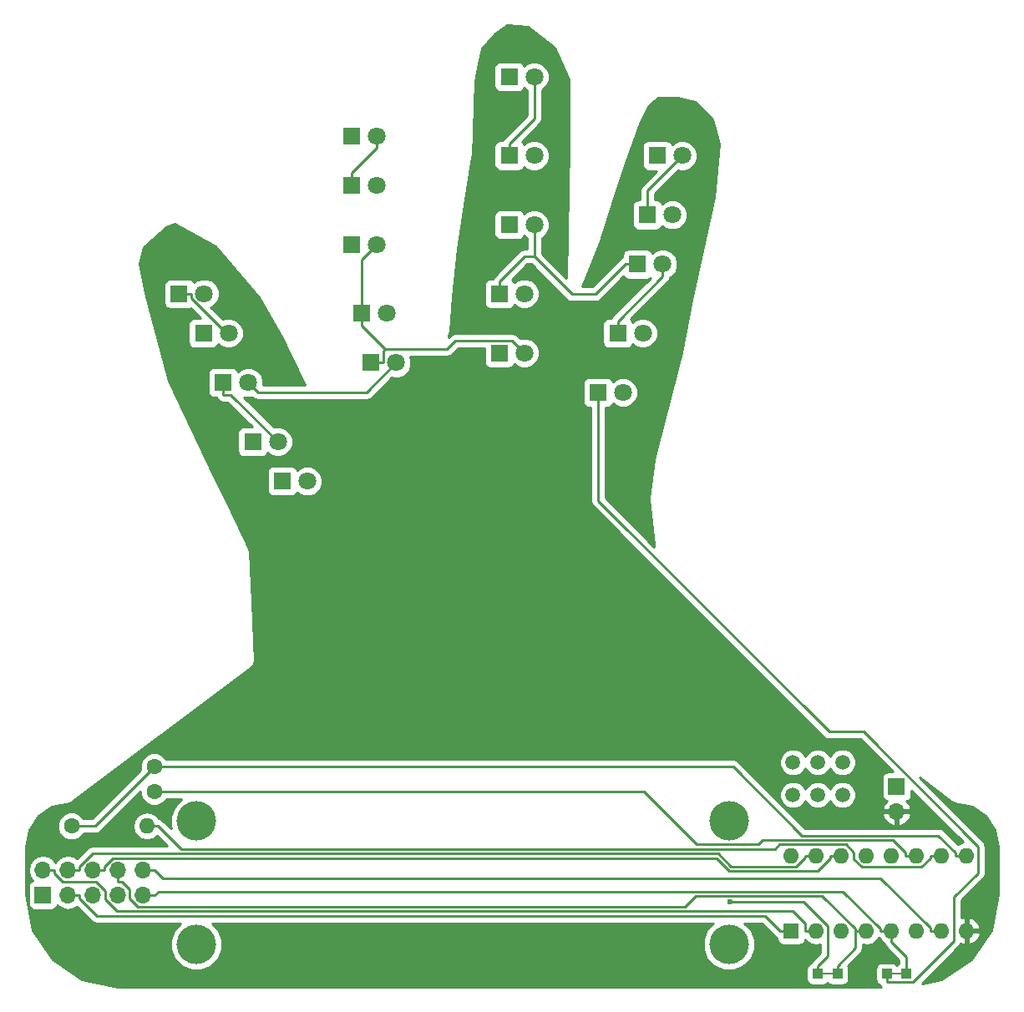
<source format=gbr>
G04 #@! TF.FileFunction,Copper,L1,Top,Signal*
%FSLAX46Y46*%
G04 Gerber Fmt 4.6, Leading zero omitted, Abs format (unit mm)*
G04 Created by KiCad (PCBNEW 4.0.6) date 11/09/17 18:00:55*
%MOMM*%
%LPD*%
G01*
G04 APERTURE LIST*
%ADD10C,0.100000*%
%ADD11C,4.000000*%
%ADD12R,1.800000X1.800000*%
%ADD13C,1.800000*%
%ADD14C,1.600000*%
%ADD15O,1.600000X1.600000*%
%ADD16C,1.500000*%
%ADD17R,1.600000X1.600000*%
%ADD18R,1.700000X1.700000*%
%ADD19O,1.700000X1.700000*%
%ADD20R,1.000000X1.000000*%
%ADD21R,1.000000X0.254000*%
%ADD22C,0.600000*%
%ADD23C,0.250000*%
%ADD24C,0.254000*%
G04 APERTURE END LIST*
D10*
D11*
X172000000Y-145000000D03*
X118000000Y-132500000D03*
X172000000Y-132500000D03*
D12*
X116270000Y-79032000D03*
D13*
X118810000Y-79032000D03*
D12*
X120730000Y-88032000D03*
D13*
X123270000Y-88032000D03*
D12*
X126730000Y-98032000D03*
D13*
X129270000Y-98032000D03*
D12*
X118730000Y-83032000D03*
D13*
X121270000Y-83032000D03*
D12*
X123730000Y-94032000D03*
D13*
X126270000Y-94032000D03*
D12*
X133730000Y-63032000D03*
D13*
X136270000Y-63032000D03*
D12*
X133730000Y-74032000D03*
D13*
X136270000Y-74032000D03*
D12*
X135730000Y-86032000D03*
D13*
X138270000Y-86032000D03*
D12*
X133730000Y-68032000D03*
D13*
X136270000Y-68032000D03*
D12*
X134730000Y-81032000D03*
D13*
X137270000Y-81032000D03*
D12*
X149730000Y-57032000D03*
D13*
X152270000Y-57032000D03*
D12*
X149730000Y-72032000D03*
D13*
X152270000Y-72032000D03*
D12*
X148730000Y-85032000D03*
D13*
X151270000Y-85032000D03*
D12*
X149730000Y-65032000D03*
D13*
X152270000Y-65032000D03*
D12*
X148730000Y-79032000D03*
D13*
X151270000Y-79032000D03*
D12*
X164730000Y-65032000D03*
D13*
X167270000Y-65032000D03*
D12*
X162730000Y-76032000D03*
D13*
X165270000Y-76032000D03*
D12*
X158730000Y-89032000D03*
D13*
X161270000Y-89032000D03*
D12*
X163730000Y-71032000D03*
D13*
X166270000Y-71032000D03*
D12*
X160730000Y-83032000D03*
D13*
X163270000Y-83032000D03*
D14*
X105380000Y-133000000D03*
D15*
X113000000Y-133000000D03*
D16*
X181000000Y-126550000D03*
X183500000Y-126550000D03*
X178500000Y-126550000D03*
X178500000Y-129850000D03*
X181000000Y-129850000D03*
X183500000Y-129850000D03*
D17*
X178300000Y-143620000D03*
D15*
X196080000Y-136000000D03*
X180840000Y-143620000D03*
X193540000Y-136000000D03*
X183380000Y-143620000D03*
X191000000Y-136000000D03*
X185920000Y-143620000D03*
X188460000Y-136000000D03*
X188460000Y-143620000D03*
X185920000Y-136000000D03*
X191000000Y-143620000D03*
X183380000Y-136000000D03*
X193540000Y-143620000D03*
X180840000Y-136000000D03*
X196080000Y-143620000D03*
X178300000Y-136000000D03*
D18*
X189000000Y-129000000D03*
D19*
X189000000Y-131540000D03*
D14*
X113750000Y-129500000D03*
X113750000Y-127000000D03*
D11*
X118000000Y-145000000D03*
D18*
X102460000Y-140000000D03*
D19*
X102460000Y-137460000D03*
X105000000Y-140000000D03*
X105000000Y-137460000D03*
X107540000Y-140000000D03*
X107540000Y-137460000D03*
X110080000Y-140000000D03*
X110080000Y-137460000D03*
X112620000Y-140000000D03*
X112620000Y-137460000D03*
D20*
X183000000Y-148000000D03*
X181000000Y-148000000D03*
D21*
X182000000Y-148000000D03*
D20*
X188000000Y-148000000D03*
X190000000Y-148000000D03*
D21*
X189000000Y-148000000D03*
D22*
X172104000Y-140725900D03*
D23*
X191000000Y-136000000D02*
X189874700Y-136000000D01*
X163420700Y-129500000D02*
X113750000Y-129500000D01*
X168746100Y-134825400D02*
X163420700Y-129500000D01*
X174987800Y-134825400D02*
X168746100Y-134825400D01*
X175388900Y-134424300D02*
X174987800Y-134825400D01*
X188580300Y-134424300D02*
X175388900Y-134424300D01*
X189874700Y-135718700D02*
X188580300Y-134424300D01*
X189874700Y-136000000D02*
X189874700Y-135718700D01*
X107750000Y-133000000D02*
X105380000Y-133000000D01*
X113750000Y-127000000D02*
X107750000Y-133000000D01*
X172430000Y-127000000D02*
X113750000Y-127000000D01*
X179404000Y-133974000D02*
X172430000Y-127000000D01*
X193210000Y-133974000D02*
X179404000Y-133974000D01*
X194954700Y-135718700D02*
X193210000Y-133974000D01*
X194954700Y-136000000D02*
X194954700Y-135718700D01*
X196080000Y-136000000D02*
X194954700Y-136000000D01*
X110080000Y-137460000D02*
X110080000Y-138635300D01*
X185920000Y-143620000D02*
X184794700Y-143620000D01*
X184794700Y-145380000D02*
X184794700Y-143620000D01*
X183000000Y-147174700D02*
X184794700Y-145380000D01*
X183000000Y-148000000D02*
X183000000Y-147174700D01*
X110447400Y-138635300D02*
X110080000Y-138635300D01*
X111255300Y-139443200D02*
X110447400Y-138635300D01*
X111255300Y-140387000D02*
X111255300Y-139443200D01*
X112043600Y-141175300D02*
X111255300Y-140387000D01*
X167549100Y-141175300D02*
X112043600Y-141175300D01*
X168640400Y-140084000D02*
X167549100Y-141175300D01*
X181463000Y-140084000D02*
X168640400Y-140084000D01*
X184794700Y-143415700D02*
X181463000Y-140084000D01*
X184794700Y-143620000D02*
X184794700Y-143415700D01*
X188460000Y-143620000D02*
X187334700Y-143620000D01*
X112620000Y-140000000D02*
X113795300Y-140000000D01*
X190000000Y-146285300D02*
X188460000Y-144745300D01*
X190000000Y-148000000D02*
X190000000Y-146285300D01*
X188460000Y-143620000D02*
X188460000Y-144745300D01*
X114161600Y-139633700D02*
X113795300Y-140000000D01*
X183552700Y-139633700D02*
X114161600Y-139633700D01*
X187334700Y-143415700D02*
X183552700Y-139633700D01*
X187334700Y-143620000D02*
X187334700Y-143415700D01*
X102460000Y-137460000D02*
X103635300Y-137460000D01*
X180840000Y-143620000D02*
X179714700Y-143620000D01*
X179714700Y-142916700D02*
X179714700Y-143620000D01*
X178438300Y-141640300D02*
X179714700Y-142916700D01*
X109981400Y-141640300D02*
X178438300Y-141640300D01*
X108810000Y-140468900D02*
X109981400Y-141640300D01*
X108810000Y-139569000D02*
X108810000Y-140468900D01*
X107876300Y-138635300D02*
X108810000Y-139569000D01*
X104443200Y-138635300D02*
X107876300Y-138635300D01*
X103635300Y-137827400D02*
X104443200Y-138635300D01*
X103635300Y-137460000D02*
X103635300Y-137827400D01*
X105000000Y-140000000D02*
X106175300Y-140000000D01*
X178300000Y-143620000D02*
X177174700Y-143620000D01*
X106175300Y-140367300D02*
X106175300Y-140000000D01*
X107898800Y-142090800D02*
X106175300Y-140367300D01*
X175645500Y-142090800D02*
X107898800Y-142090800D01*
X177174700Y-143620000D02*
X175645500Y-142090800D01*
X179714700Y-136192800D02*
X179714700Y-136000000D01*
X178782200Y-137125300D02*
X179714700Y-136192800D01*
X172232500Y-137125300D02*
X178782200Y-137125300D01*
X170888400Y-135781200D02*
X172232500Y-137125300D01*
X107486800Y-135781200D02*
X170888400Y-135781200D01*
X106175300Y-137092700D02*
X107486800Y-135781200D01*
X106175300Y-137460000D02*
X106175300Y-137092700D01*
X105000000Y-137460000D02*
X106175300Y-137460000D01*
X180840000Y-136000000D02*
X179714700Y-136000000D01*
X107540000Y-137460000D02*
X108715300Y-137460000D01*
X183380000Y-136000000D02*
X182254700Y-136000000D01*
X182254700Y-136281400D02*
X182254700Y-136000000D01*
X180960500Y-137575600D02*
X182254700Y-136281400D01*
X172007400Y-137575600D02*
X180960500Y-137575600D01*
X170713900Y-136282100D02*
X172007400Y-137575600D01*
X109525900Y-136282100D02*
X170713900Y-136282100D01*
X108715300Y-137092700D02*
X109525900Y-136282100D01*
X108715300Y-137460000D02*
X108715300Y-137092700D01*
X192414700Y-143338700D02*
X192414700Y-143620000D01*
X187367100Y-138291100D02*
X192414700Y-143338700D01*
X114626400Y-138291100D02*
X187367100Y-138291100D01*
X113795300Y-137460000D02*
X114626400Y-138291100D01*
X112620000Y-137460000D02*
X113795300Y-137460000D01*
X193540000Y-143620000D02*
X192414700Y-143620000D01*
X116456100Y-135330800D02*
X114125300Y-133000000D01*
X176668400Y-135330800D02*
X116456100Y-135330800D01*
X177124500Y-134874700D02*
X176668400Y-135330800D01*
X183875200Y-134874700D02*
X177124500Y-134874700D01*
X184650000Y-135649500D02*
X183875200Y-134874700D01*
X184650000Y-136338100D02*
X184650000Y-135649500D01*
X185474600Y-137162700D02*
X184650000Y-136338100D01*
X191533300Y-137162700D02*
X185474600Y-137162700D01*
X192414700Y-136281300D02*
X191533300Y-137162700D01*
X192414700Y-136000000D02*
X192414700Y-136281300D01*
X193540000Y-136000000D02*
X192414700Y-136000000D01*
X113000000Y-133000000D02*
X114125300Y-133000000D01*
X163730000Y-68572000D02*
X167270000Y-65032000D01*
X163730000Y-71032000D02*
X163730000Y-68572000D01*
X148730000Y-79032000D02*
X148730000Y-77806700D01*
X136270000Y-64266700D02*
X136270000Y-63032000D01*
X133730000Y-66806700D02*
X136270000Y-64266700D01*
X133730000Y-68032000D02*
X133730000Y-66806700D01*
X117495300Y-79507400D02*
X117495300Y-79032000D01*
X121019900Y-83032000D02*
X117495300Y-79507400D01*
X121270000Y-83032000D02*
X121019900Y-83032000D01*
X116270000Y-79032000D02*
X117495300Y-79032000D01*
X124245400Y-89007400D02*
X123270000Y-88032000D01*
X135294600Y-89007400D02*
X124245400Y-89007400D01*
X138270000Y-86032000D02*
X135294600Y-89007400D01*
X151259800Y-75276900D02*
X148730000Y-77806700D01*
X152270000Y-75276900D02*
X151259800Y-75276900D01*
X156069600Y-79076500D02*
X152270000Y-75276900D01*
X158460200Y-79076500D02*
X156069600Y-79076500D01*
X161504700Y-76032000D02*
X158460200Y-79076500D01*
X152270000Y-75276900D02*
X152270000Y-72032000D01*
X162730000Y-76032000D02*
X161504700Y-76032000D01*
X179560400Y-140725900D02*
X172104000Y-140725900D01*
X181983300Y-143148800D02*
X179560400Y-140725900D01*
X181983300Y-146191400D02*
X181983300Y-143148800D01*
X181000000Y-147174700D02*
X181983300Y-146191400D01*
X181000000Y-148000000D02*
X181000000Y-147174700D01*
X152270000Y-61266700D02*
X152270000Y-57032000D01*
X149730000Y-63806700D02*
X152270000Y-61266700D01*
X149730000Y-65032000D02*
X149730000Y-63806700D01*
X135730000Y-86032000D02*
X136955300Y-86032000D01*
X134730000Y-75572000D02*
X136270000Y-74032000D01*
X134730000Y-81032000D02*
X134730000Y-75572000D01*
X121495300Y-89257300D02*
X120730000Y-89257300D01*
X126270000Y-94032000D02*
X121495300Y-89257300D01*
X120730000Y-88032000D02*
X120730000Y-89257300D01*
X134730000Y-81032000D02*
X134730000Y-82257300D01*
X143427000Y-84639900D02*
X137112600Y-84639900D01*
X144260300Y-83806600D02*
X143427000Y-84639900D01*
X150044600Y-83806600D02*
X144260300Y-83806600D01*
X151270000Y-85032000D02*
X150044600Y-83806600D01*
X136955300Y-84797200D02*
X137112600Y-84639900D01*
X136955300Y-86032000D02*
X136955300Y-84797200D01*
X137112600Y-84639900D02*
X134730000Y-82257300D01*
X165270000Y-77266700D02*
X165270000Y-76032000D01*
X160730000Y-81806700D02*
X165270000Y-77266700D01*
X160730000Y-83032000D02*
X160730000Y-81806700D01*
X158730000Y-100029500D02*
X158730000Y-89032000D01*
X182152000Y-123451500D02*
X158730000Y-100029500D01*
X185617800Y-123451500D02*
X182152000Y-123451500D01*
X197226800Y-135060500D02*
X185617800Y-123451500D01*
X197226800Y-137768100D02*
X197226800Y-135060500D01*
X194810000Y-140184900D02*
X197226800Y-137768100D01*
X194810000Y-144653800D02*
X194810000Y-140184900D01*
X190638500Y-148825300D02*
X194810000Y-144653800D01*
X188000000Y-148825300D02*
X190638500Y-148825300D01*
X188000000Y-148000000D02*
X188000000Y-148825300D01*
D24*
G36*
X151624370Y-51994778D02*
X154362168Y-54048126D01*
X155754000Y-57295733D01*
X155754000Y-64001851D01*
X155522064Y-77454162D01*
X153030000Y-74962098D01*
X153030000Y-73378846D01*
X153138371Y-73334068D01*
X153570551Y-72902643D01*
X153804733Y-72338670D01*
X153805265Y-71728009D01*
X153572068Y-71163629D01*
X153140643Y-70731449D01*
X152576670Y-70497267D01*
X151966009Y-70496735D01*
X151401629Y-70729932D01*
X151233387Y-70897880D01*
X151233162Y-70896683D01*
X151094090Y-70680559D01*
X150881890Y-70535569D01*
X150630000Y-70484560D01*
X148830000Y-70484560D01*
X148594683Y-70528838D01*
X148378559Y-70667910D01*
X148233569Y-70880110D01*
X148182560Y-71132000D01*
X148182560Y-72932000D01*
X148226838Y-73167317D01*
X148365910Y-73383441D01*
X148578110Y-73528431D01*
X148830000Y-73579440D01*
X150630000Y-73579440D01*
X150865317Y-73535162D01*
X151081441Y-73396090D01*
X151226431Y-73183890D01*
X151230567Y-73163466D01*
X151399357Y-73332551D01*
X151510000Y-73378494D01*
X151510000Y-74516900D01*
X151259800Y-74516900D01*
X151017214Y-74565154D01*
X150968960Y-74574752D01*
X150722399Y-74739499D01*
X148192599Y-77269299D01*
X148048767Y-77484560D01*
X147830000Y-77484560D01*
X147594683Y-77528838D01*
X147378559Y-77667910D01*
X147233569Y-77880110D01*
X147182560Y-78132000D01*
X147182560Y-79932000D01*
X147226838Y-80167317D01*
X147365910Y-80383441D01*
X147578110Y-80528431D01*
X147830000Y-80579440D01*
X149630000Y-80579440D01*
X149865317Y-80535162D01*
X150081441Y-80396090D01*
X150226431Y-80183890D01*
X150230567Y-80163466D01*
X150399357Y-80332551D01*
X150963330Y-80566733D01*
X151573991Y-80567265D01*
X152138371Y-80334068D01*
X152570551Y-79902643D01*
X152804733Y-79338670D01*
X152805265Y-78728009D01*
X152572068Y-78163629D01*
X152140643Y-77731449D01*
X151576670Y-77497267D01*
X150966009Y-77496735D01*
X150401629Y-77729932D01*
X150233387Y-77897880D01*
X150233162Y-77896683D01*
X150094090Y-77680559D01*
X149997167Y-77614335D01*
X151574602Y-76036900D01*
X151955198Y-76036900D01*
X155532199Y-79613901D01*
X155778761Y-79778648D01*
X156069600Y-79836500D01*
X158460200Y-79836500D01*
X158751039Y-79778648D01*
X158997601Y-79613901D01*
X161311937Y-77299565D01*
X161365910Y-77383441D01*
X161578110Y-77528431D01*
X161830000Y-77579440D01*
X163630000Y-77579440D01*
X163865317Y-77535162D01*
X164037592Y-77424306D01*
X160192599Y-81269299D01*
X160048767Y-81484560D01*
X159830000Y-81484560D01*
X159594683Y-81528838D01*
X159378559Y-81667910D01*
X159233569Y-81880110D01*
X159182560Y-82132000D01*
X159182560Y-83932000D01*
X159226838Y-84167317D01*
X159365910Y-84383441D01*
X159578110Y-84528431D01*
X159830000Y-84579440D01*
X161630000Y-84579440D01*
X161865317Y-84535162D01*
X162081441Y-84396090D01*
X162226431Y-84183890D01*
X162230567Y-84163466D01*
X162399357Y-84332551D01*
X162963330Y-84566733D01*
X163573991Y-84567265D01*
X164138371Y-84334068D01*
X164570551Y-83902643D01*
X164804733Y-83338670D01*
X164805265Y-82728009D01*
X164572068Y-82163629D01*
X164140643Y-81731449D01*
X163576670Y-81497267D01*
X162966009Y-81496735D01*
X162401629Y-81729932D01*
X162233387Y-81897880D01*
X162233162Y-81896683D01*
X162094090Y-81680559D01*
X161997167Y-81614335D01*
X165807401Y-77804101D01*
X165972148Y-77557539D01*
X166005695Y-77388889D01*
X166138371Y-77334068D01*
X166570551Y-76902643D01*
X166804733Y-76338670D01*
X166805265Y-75728009D01*
X166572068Y-75163629D01*
X166140643Y-74731449D01*
X165576670Y-74497267D01*
X164966009Y-74496735D01*
X164401629Y-74729932D01*
X164233387Y-74897880D01*
X164233162Y-74896683D01*
X164094090Y-74680559D01*
X163881890Y-74535569D01*
X163630000Y-74484560D01*
X161830000Y-74484560D01*
X161594683Y-74528838D01*
X161378559Y-74667910D01*
X161233569Y-74880110D01*
X161182560Y-75132000D01*
X161182560Y-75350766D01*
X160967299Y-75494599D01*
X158145398Y-78316500D01*
X157144093Y-78316500D01*
X158901218Y-73923688D01*
X158906130Y-73897317D01*
X158919044Y-73873803D01*
X160100666Y-70132000D01*
X162182560Y-70132000D01*
X162182560Y-71932000D01*
X162226838Y-72167317D01*
X162365910Y-72383441D01*
X162578110Y-72528431D01*
X162830000Y-72579440D01*
X164630000Y-72579440D01*
X164865317Y-72535162D01*
X165081441Y-72396090D01*
X165226431Y-72183890D01*
X165230567Y-72163466D01*
X165399357Y-72332551D01*
X165963330Y-72566733D01*
X166573991Y-72567265D01*
X167138371Y-72334068D01*
X167570551Y-71902643D01*
X167804733Y-71338670D01*
X167805265Y-70728009D01*
X167572068Y-70163629D01*
X167140643Y-69731449D01*
X166576670Y-69497267D01*
X165966009Y-69496735D01*
X165401629Y-69729932D01*
X165233387Y-69897880D01*
X165233162Y-69896683D01*
X165094090Y-69680559D01*
X164881890Y-69535569D01*
X164630000Y-69484560D01*
X164490000Y-69484560D01*
X164490000Y-68886802D01*
X166855036Y-66521766D01*
X166963330Y-66566733D01*
X167573991Y-66567265D01*
X168138371Y-66334068D01*
X168570551Y-65902643D01*
X168804733Y-65338670D01*
X168805265Y-64728009D01*
X168572068Y-64163629D01*
X168140643Y-63731449D01*
X167576670Y-63497267D01*
X166966009Y-63496735D01*
X166401629Y-63729932D01*
X166233387Y-63897880D01*
X166233162Y-63896683D01*
X166094090Y-63680559D01*
X165881890Y-63535569D01*
X165630000Y-63484560D01*
X163830000Y-63484560D01*
X163594683Y-63528838D01*
X163378559Y-63667910D01*
X163233569Y-63880110D01*
X163182560Y-64132000D01*
X163182560Y-65932000D01*
X163226838Y-66167317D01*
X163365910Y-66383441D01*
X163578110Y-66528431D01*
X163830000Y-66579440D01*
X164647758Y-66579440D01*
X163192599Y-68034599D01*
X163027852Y-68281161D01*
X162970000Y-68572000D01*
X162970000Y-69484560D01*
X162830000Y-69484560D01*
X162594683Y-69528838D01*
X162378559Y-69667910D01*
X162233569Y-69880110D01*
X162182560Y-70132000D01*
X160100666Y-70132000D01*
X160441352Y-69053161D01*
X161453599Y-66016420D01*
X162960811Y-61745986D01*
X163887304Y-59893000D01*
X164841055Y-59130000D01*
X166790596Y-59130000D01*
X168547012Y-59569104D01*
X170306629Y-61328721D01*
X170985321Y-63817260D01*
X170492952Y-69233319D01*
X168216512Y-79603771D01*
X168216314Y-79613826D01*
X168212540Y-79623150D01*
X167200675Y-84935441D01*
X164412150Y-95836038D01*
X164409867Y-95878202D01*
X164396228Y-95918164D01*
X163888228Y-99728164D01*
X163893735Y-99814357D01*
X163886343Y-99900406D01*
X164394343Y-104472407D01*
X164417041Y-104544003D01*
X164426435Y-104618522D01*
X164442741Y-104667439D01*
X159490000Y-99714698D01*
X159490000Y-90579440D01*
X159630000Y-90579440D01*
X159865317Y-90535162D01*
X160081441Y-90396090D01*
X160226431Y-90183890D01*
X160230567Y-90163466D01*
X160399357Y-90332551D01*
X160963330Y-90566733D01*
X161573991Y-90567265D01*
X162138371Y-90334068D01*
X162570551Y-89902643D01*
X162804733Y-89338670D01*
X162805265Y-88728009D01*
X162572068Y-88163629D01*
X162140643Y-87731449D01*
X161576670Y-87497267D01*
X160966009Y-87496735D01*
X160401629Y-87729932D01*
X160233387Y-87897880D01*
X160233162Y-87896683D01*
X160094090Y-87680559D01*
X159881890Y-87535569D01*
X159630000Y-87484560D01*
X157830000Y-87484560D01*
X157594683Y-87528838D01*
X157378559Y-87667910D01*
X157233569Y-87880110D01*
X157182560Y-88132000D01*
X157182560Y-89932000D01*
X157226838Y-90167317D01*
X157365910Y-90383441D01*
X157578110Y-90528431D01*
X157830000Y-90579440D01*
X157970000Y-90579440D01*
X157970000Y-100029500D01*
X158027852Y-100320339D01*
X158192599Y-100566901D01*
X181614599Y-123988901D01*
X181861161Y-124153648D01*
X182152000Y-124211500D01*
X185302998Y-124211500D01*
X188594058Y-127502560D01*
X188150000Y-127502560D01*
X187914683Y-127546838D01*
X187698559Y-127685910D01*
X187553569Y-127898110D01*
X187502560Y-128150000D01*
X187502560Y-129850000D01*
X187546838Y-130085317D01*
X187685910Y-130301441D01*
X187898110Y-130446431D01*
X188006107Y-130468301D01*
X187728355Y-130773076D01*
X187558524Y-131183110D01*
X187679845Y-131413000D01*
X188873000Y-131413000D01*
X188873000Y-131393000D01*
X189127000Y-131393000D01*
X189127000Y-131413000D01*
X190320155Y-131413000D01*
X190441476Y-131183110D01*
X190271645Y-130773076D01*
X189995499Y-130470063D01*
X190085317Y-130453162D01*
X190301441Y-130314090D01*
X190446431Y-130101890D01*
X190497440Y-129850000D01*
X190497440Y-129405942D01*
X195703313Y-134611815D01*
X195530849Y-134646120D01*
X195186805Y-134876003D01*
X193747401Y-133436599D01*
X193500839Y-133271852D01*
X193210000Y-133214000D01*
X179718802Y-133214000D01*
X178401692Y-131896890D01*
X187558524Y-131896890D01*
X187728355Y-132306924D01*
X188118642Y-132735183D01*
X188643108Y-132981486D01*
X188873000Y-132860819D01*
X188873000Y-131667000D01*
X189127000Y-131667000D01*
X189127000Y-132860819D01*
X189356892Y-132981486D01*
X189881358Y-132735183D01*
X190271645Y-132306924D01*
X190441476Y-131896890D01*
X190320155Y-131667000D01*
X189127000Y-131667000D01*
X188873000Y-131667000D01*
X187679845Y-131667000D01*
X187558524Y-131896890D01*
X178401692Y-131896890D01*
X176629087Y-130124285D01*
X177114760Y-130124285D01*
X177325169Y-130633515D01*
X177714436Y-131023461D01*
X178223298Y-131234759D01*
X178774285Y-131235240D01*
X179283515Y-131024831D01*
X179673461Y-130635564D01*
X179749927Y-130451414D01*
X179825169Y-130633515D01*
X180214436Y-131023461D01*
X180723298Y-131234759D01*
X181274285Y-131235240D01*
X181783515Y-131024831D01*
X182173461Y-130635564D01*
X182249927Y-130451414D01*
X182325169Y-130633515D01*
X182714436Y-131023461D01*
X183223298Y-131234759D01*
X183774285Y-131235240D01*
X184283515Y-131024831D01*
X184673461Y-130635564D01*
X184884759Y-130126702D01*
X184885240Y-129575715D01*
X184674831Y-129066485D01*
X184285564Y-128676539D01*
X183776702Y-128465241D01*
X183225715Y-128464760D01*
X182716485Y-128675169D01*
X182326539Y-129064436D01*
X182250073Y-129248586D01*
X182174831Y-129066485D01*
X181785564Y-128676539D01*
X181276702Y-128465241D01*
X180725715Y-128464760D01*
X180216485Y-128675169D01*
X179826539Y-129064436D01*
X179750073Y-129248586D01*
X179674831Y-129066485D01*
X179285564Y-128676539D01*
X178776702Y-128465241D01*
X178225715Y-128464760D01*
X177716485Y-128675169D01*
X177326539Y-129064436D01*
X177115241Y-129573298D01*
X177114760Y-130124285D01*
X176629087Y-130124285D01*
X173329087Y-126824285D01*
X177114760Y-126824285D01*
X177325169Y-127333515D01*
X177714436Y-127723461D01*
X178223298Y-127934759D01*
X178774285Y-127935240D01*
X179283515Y-127724831D01*
X179673461Y-127335564D01*
X179749927Y-127151414D01*
X179825169Y-127333515D01*
X180214436Y-127723461D01*
X180723298Y-127934759D01*
X181274285Y-127935240D01*
X181783515Y-127724831D01*
X182173461Y-127335564D01*
X182249927Y-127151414D01*
X182325169Y-127333515D01*
X182714436Y-127723461D01*
X183223298Y-127934759D01*
X183774285Y-127935240D01*
X184283515Y-127724831D01*
X184673461Y-127335564D01*
X184884759Y-126826702D01*
X184885240Y-126275715D01*
X184674831Y-125766485D01*
X184285564Y-125376539D01*
X183776702Y-125165241D01*
X183225715Y-125164760D01*
X182716485Y-125375169D01*
X182326539Y-125764436D01*
X182250073Y-125948586D01*
X182174831Y-125766485D01*
X181785564Y-125376539D01*
X181276702Y-125165241D01*
X180725715Y-125164760D01*
X180216485Y-125375169D01*
X179826539Y-125764436D01*
X179750073Y-125948586D01*
X179674831Y-125766485D01*
X179285564Y-125376539D01*
X178776702Y-125165241D01*
X178225715Y-125164760D01*
X177716485Y-125375169D01*
X177326539Y-125764436D01*
X177115241Y-126273298D01*
X177114760Y-126824285D01*
X173329087Y-126824285D01*
X172967401Y-126462599D01*
X172720839Y-126297852D01*
X172430000Y-126240000D01*
X114988646Y-126240000D01*
X114967243Y-126188200D01*
X114563923Y-125784176D01*
X114036691Y-125565250D01*
X113465813Y-125564752D01*
X112938200Y-125782757D01*
X112534176Y-126186077D01*
X112315250Y-126713309D01*
X112314752Y-127284187D01*
X112337049Y-127338149D01*
X107435198Y-132240000D01*
X106618646Y-132240000D01*
X106597243Y-132188200D01*
X106193923Y-131784176D01*
X105666691Y-131565250D01*
X105095813Y-131564752D01*
X104568200Y-131782757D01*
X104164176Y-132186077D01*
X103945250Y-132713309D01*
X103944752Y-133284187D01*
X104162757Y-133811800D01*
X104566077Y-134215824D01*
X105093309Y-134434750D01*
X105664187Y-134435248D01*
X106191800Y-134217243D01*
X106595824Y-133813923D01*
X106618215Y-133760000D01*
X107750000Y-133760000D01*
X108040839Y-133702148D01*
X108287401Y-133537401D01*
X112314991Y-129509811D01*
X112314752Y-129784187D01*
X112532757Y-130311800D01*
X112936077Y-130715824D01*
X113463309Y-130934750D01*
X114034187Y-130935248D01*
X114561800Y-130717243D01*
X114965824Y-130313923D01*
X114988215Y-130260000D01*
X116521087Y-130260000D01*
X116509342Y-130264853D01*
X115767458Y-131005443D01*
X115365458Y-131973567D01*
X115364543Y-133021834D01*
X115464957Y-133264855D01*
X114662701Y-132462599D01*
X114416139Y-132297852D01*
X114226437Y-132260118D01*
X114042811Y-131985302D01*
X113577264Y-131674233D01*
X113028113Y-131565000D01*
X112971887Y-131565000D01*
X112422736Y-131674233D01*
X111957189Y-131985302D01*
X111646120Y-132450849D01*
X111536887Y-133000000D01*
X111646120Y-133549151D01*
X111957189Y-134014698D01*
X112422736Y-134325767D01*
X112971887Y-134435000D01*
X113028113Y-134435000D01*
X113577264Y-134325767D01*
X114042811Y-134014698D01*
X114051777Y-134001279D01*
X115071698Y-135021200D01*
X107486800Y-135021200D01*
X107195961Y-135079052D01*
X106949399Y-135243799D01*
X105907558Y-136285640D01*
X105568285Y-136058946D01*
X105000000Y-135945907D01*
X104431715Y-136058946D01*
X103949946Y-136380853D01*
X103730000Y-136710026D01*
X103510054Y-136380853D01*
X103028285Y-136058946D01*
X102460000Y-135945907D01*
X101891715Y-136058946D01*
X101409946Y-136380853D01*
X101088039Y-136862622D01*
X100975000Y-137430907D01*
X100975000Y-137489093D01*
X101088039Y-138057378D01*
X101409946Y-138539147D01*
X101411179Y-138539971D01*
X101374683Y-138546838D01*
X101158559Y-138685910D01*
X101013569Y-138898110D01*
X100962560Y-139150000D01*
X100962560Y-140850000D01*
X101006838Y-141085317D01*
X101145910Y-141301441D01*
X101358110Y-141446431D01*
X101610000Y-141497440D01*
X103310000Y-141497440D01*
X103545317Y-141453162D01*
X103761441Y-141314090D01*
X103906431Y-141101890D01*
X103920086Y-141034459D01*
X103949946Y-141079147D01*
X104431715Y-141401054D01*
X105000000Y-141514093D01*
X105568285Y-141401054D01*
X105907558Y-141174360D01*
X107361399Y-142628201D01*
X107607961Y-142792948D01*
X107898800Y-142850800D01*
X116423245Y-142850800D01*
X115767458Y-143505443D01*
X115365458Y-144473567D01*
X115364543Y-145521834D01*
X115764853Y-146490658D01*
X116505443Y-147232542D01*
X117473567Y-147634542D01*
X118521834Y-147635457D01*
X119490658Y-147235147D01*
X120232542Y-146494557D01*
X120634542Y-145526433D01*
X120635457Y-144478166D01*
X120235147Y-143509342D01*
X119577754Y-142850800D01*
X170423245Y-142850800D01*
X169767458Y-143505443D01*
X169365458Y-144473567D01*
X169364543Y-145521834D01*
X169764853Y-146490658D01*
X170505443Y-147232542D01*
X171473567Y-147634542D01*
X172521834Y-147635457D01*
X173490658Y-147235147D01*
X174232542Y-146494557D01*
X174634542Y-145526433D01*
X174635457Y-144478166D01*
X174235147Y-143509342D01*
X173577754Y-142850800D01*
X175330698Y-142850800D01*
X176637299Y-144157401D01*
X176852560Y-144301234D01*
X176852560Y-144420000D01*
X176896838Y-144655317D01*
X177035910Y-144871441D01*
X177248110Y-145016431D01*
X177500000Y-145067440D01*
X179100000Y-145067440D01*
X179335317Y-145023162D01*
X179551441Y-144884090D01*
X179696431Y-144671890D01*
X179727815Y-144516911D01*
X179825302Y-144662811D01*
X180290849Y-144973880D01*
X180840000Y-145083113D01*
X181223300Y-145006870D01*
X181223300Y-145876598D01*
X180462599Y-146637299D01*
X180297852Y-146883861D01*
X180296460Y-146890859D01*
X180264683Y-146896838D01*
X180048559Y-147035910D01*
X179903569Y-147248110D01*
X179852560Y-147500000D01*
X179852560Y-148500000D01*
X179896838Y-148735317D01*
X180035910Y-148951441D01*
X180248110Y-149096431D01*
X180500000Y-149147440D01*
X181500000Y-149147440D01*
X181735317Y-149103162D01*
X181951441Y-148964090D01*
X181999134Y-148894289D01*
X182035910Y-148951441D01*
X182248110Y-149096431D01*
X182500000Y-149147440D01*
X183500000Y-149147440D01*
X183735317Y-149103162D01*
X183951441Y-148964090D01*
X184096431Y-148751890D01*
X184147440Y-148500000D01*
X184147440Y-147500000D01*
X184103162Y-147264683D01*
X184056826Y-147192676D01*
X185332101Y-145917401D01*
X185496848Y-145670839D01*
X185554700Y-145380000D01*
X185554700Y-145010450D01*
X185920000Y-145083113D01*
X186469151Y-144973880D01*
X186934698Y-144662811D01*
X187148424Y-144342947D01*
X187244321Y-144362022D01*
X187445302Y-144662811D01*
X187720118Y-144846437D01*
X187757852Y-145036139D01*
X187922599Y-145282701D01*
X189240000Y-146600102D01*
X189240000Y-146912721D01*
X189048559Y-147035910D01*
X189000866Y-147105711D01*
X188964090Y-147048559D01*
X188751890Y-146903569D01*
X188500000Y-146852560D01*
X187500000Y-146852560D01*
X187264683Y-146896838D01*
X187048559Y-147035910D01*
X186903569Y-147248110D01*
X186852560Y-147500000D01*
X186852560Y-148500000D01*
X186896838Y-148735317D01*
X187035910Y-148951441D01*
X187248110Y-149096431D01*
X187295855Y-149106100D01*
X187297852Y-149116139D01*
X187414022Y-149290000D01*
X110069931Y-149290000D01*
X106450193Y-148569989D01*
X103440814Y-146559187D01*
X101430010Y-143549805D01*
X100710000Y-139930069D01*
X100710000Y-135069931D01*
X101049408Y-133363610D01*
X101976349Y-131976346D01*
X103363610Y-131049408D01*
X105138514Y-130696358D01*
X105156928Y-130688730D01*
X105176825Y-130687628D01*
X105284294Y-130635973D01*
X105394454Y-130590343D01*
X105408545Y-130576253D01*
X105426509Y-130567618D01*
X123616509Y-116899618D01*
X123659929Y-116851104D01*
X123712511Y-116812710D01*
X123751415Y-116748885D01*
X123801260Y-116693192D01*
X123822809Y-116631757D01*
X123856697Y-116576161D01*
X123868214Y-116502311D01*
X123892954Y-116431779D01*
X123889352Y-116366770D01*
X123899384Y-116302442D01*
X123645384Y-110206442D01*
X123644675Y-110203520D01*
X123645114Y-110200544D01*
X123391114Y-105120544D01*
X123357681Y-104987565D01*
X123323654Y-104852059D01*
X121037654Y-100026059D01*
X121036689Y-100024760D01*
X121036289Y-100023195D01*
X119650925Y-97132000D01*
X125182560Y-97132000D01*
X125182560Y-98932000D01*
X125226838Y-99167317D01*
X125365910Y-99383441D01*
X125578110Y-99528431D01*
X125830000Y-99579440D01*
X127630000Y-99579440D01*
X127865317Y-99535162D01*
X128081441Y-99396090D01*
X128226431Y-99183890D01*
X128230567Y-99163466D01*
X128399357Y-99332551D01*
X128963330Y-99566733D01*
X129573991Y-99567265D01*
X130138371Y-99334068D01*
X130570551Y-98902643D01*
X130804733Y-98338670D01*
X130805265Y-97728009D01*
X130572068Y-97163629D01*
X130140643Y-96731449D01*
X129576670Y-96497267D01*
X128966009Y-96496735D01*
X128401629Y-96729932D01*
X128233387Y-96897880D01*
X128233162Y-96896683D01*
X128094090Y-96680559D01*
X127881890Y-96535569D01*
X127630000Y-96484560D01*
X125830000Y-96484560D01*
X125594683Y-96528838D01*
X125378559Y-96667910D01*
X125233569Y-96880110D01*
X125182560Y-97132000D01*
X119650925Y-97132000D01*
X115223226Y-87891586D01*
X112958692Y-79336677D01*
X112700547Y-78132000D01*
X114722560Y-78132000D01*
X114722560Y-79932000D01*
X114766838Y-80167317D01*
X114905910Y-80383441D01*
X115118110Y-80528431D01*
X115370000Y-80579440D01*
X117170000Y-80579440D01*
X117405317Y-80535162D01*
X117431446Y-80518348D01*
X118397658Y-81484560D01*
X117830000Y-81484560D01*
X117594683Y-81528838D01*
X117378559Y-81667910D01*
X117233569Y-81880110D01*
X117182560Y-82132000D01*
X117182560Y-83932000D01*
X117226838Y-84167317D01*
X117365910Y-84383441D01*
X117578110Y-84528431D01*
X117830000Y-84579440D01*
X119630000Y-84579440D01*
X119865317Y-84535162D01*
X120081441Y-84396090D01*
X120226431Y-84183890D01*
X120230567Y-84163466D01*
X120399357Y-84332551D01*
X120963330Y-84566733D01*
X121573991Y-84567265D01*
X122138371Y-84334068D01*
X122570551Y-83902643D01*
X122804733Y-83338670D01*
X122805265Y-82728009D01*
X122572068Y-82163629D01*
X122140643Y-81731449D01*
X121576670Y-81497267D01*
X120966009Y-81496735D01*
X120678311Y-81615609D01*
X119479105Y-80416403D01*
X119678371Y-80334068D01*
X120110551Y-79902643D01*
X120344733Y-79338670D01*
X120345265Y-78728009D01*
X120112068Y-78163629D01*
X119680643Y-77731449D01*
X119116670Y-77497267D01*
X118506009Y-77496735D01*
X117941629Y-77729932D01*
X117773387Y-77897880D01*
X117773162Y-77896683D01*
X117634090Y-77680559D01*
X117421890Y-77535569D01*
X117170000Y-77484560D01*
X115370000Y-77484560D01*
X115134683Y-77528838D01*
X114918559Y-77667910D01*
X114773569Y-77880110D01*
X114722560Y-78132000D01*
X112700547Y-78132000D01*
X112234764Y-75958347D01*
X112650192Y-74296634D01*
X114935029Y-72240281D01*
X115774272Y-71904584D01*
X119939834Y-74218786D01*
X124383445Y-79402998D01*
X126626699Y-83391005D01*
X129054896Y-88247400D01*
X124804813Y-88247400D01*
X124805265Y-87728009D01*
X124572068Y-87163629D01*
X124140643Y-86731449D01*
X123576670Y-86497267D01*
X122966009Y-86496735D01*
X122401629Y-86729932D01*
X122233387Y-86897880D01*
X122233162Y-86896683D01*
X122094090Y-86680559D01*
X121881890Y-86535569D01*
X121630000Y-86484560D01*
X119830000Y-86484560D01*
X119594683Y-86528838D01*
X119378559Y-86667910D01*
X119233569Y-86880110D01*
X119182560Y-87132000D01*
X119182560Y-88932000D01*
X119226838Y-89167317D01*
X119365910Y-89383441D01*
X119578110Y-89528431D01*
X119830000Y-89579440D01*
X120048767Y-89579440D01*
X120192599Y-89794701D01*
X120439161Y-89959448D01*
X120730000Y-90017300D01*
X121180498Y-90017300D01*
X123647757Y-92484560D01*
X122830000Y-92484560D01*
X122594683Y-92528838D01*
X122378559Y-92667910D01*
X122233569Y-92880110D01*
X122182560Y-93132000D01*
X122182560Y-94932000D01*
X122226838Y-95167317D01*
X122365910Y-95383441D01*
X122578110Y-95528431D01*
X122830000Y-95579440D01*
X124630000Y-95579440D01*
X124865317Y-95535162D01*
X125081441Y-95396090D01*
X125226431Y-95183890D01*
X125230567Y-95163466D01*
X125399357Y-95332551D01*
X125963330Y-95566733D01*
X126573991Y-95567265D01*
X127138371Y-95334068D01*
X127570551Y-94902643D01*
X127804733Y-94338670D01*
X127805265Y-93728009D01*
X127572068Y-93163629D01*
X127140643Y-92731449D01*
X126576670Y-92497267D01*
X125966009Y-92496735D01*
X125855287Y-92542484D01*
X122820033Y-89507231D01*
X122963330Y-89566733D01*
X123573991Y-89567265D01*
X123684713Y-89521515D01*
X123707999Y-89544801D01*
X123954561Y-89709548D01*
X124245400Y-89767400D01*
X135294600Y-89767400D01*
X135585439Y-89709548D01*
X135832001Y-89544801D01*
X137855036Y-87521766D01*
X137963330Y-87566733D01*
X138573991Y-87567265D01*
X139138371Y-87334068D01*
X139570551Y-86902643D01*
X139804733Y-86338670D01*
X139805265Y-85728009D01*
X139669693Y-85399900D01*
X143427000Y-85399900D01*
X143717839Y-85342048D01*
X143964401Y-85177301D01*
X144575102Y-84566600D01*
X147182560Y-84566600D01*
X147182560Y-85932000D01*
X147226838Y-86167317D01*
X147365910Y-86383441D01*
X147578110Y-86528431D01*
X147830000Y-86579440D01*
X149630000Y-86579440D01*
X149865317Y-86535162D01*
X150081441Y-86396090D01*
X150226431Y-86183890D01*
X150230567Y-86163466D01*
X150399357Y-86332551D01*
X150963330Y-86566733D01*
X151573991Y-86567265D01*
X152138371Y-86334068D01*
X152570551Y-85902643D01*
X152804733Y-85338670D01*
X152805265Y-84728009D01*
X152572068Y-84163629D01*
X152140643Y-83731449D01*
X151576670Y-83497267D01*
X150966009Y-83496735D01*
X150855287Y-83542485D01*
X150582001Y-83269199D01*
X150335439Y-83104452D01*
X150044600Y-83046600D01*
X144260300Y-83046600D01*
X143969461Y-83104452D01*
X143722899Y-83269199D01*
X143582435Y-83409663D01*
X143690801Y-82976200D01*
X143693812Y-82914328D01*
X143710196Y-82854585D01*
X143963347Y-79310468D01*
X144467858Y-74517614D01*
X145226340Y-69966723D01*
X145226244Y-69963633D01*
X145227312Y-69960733D01*
X145989312Y-65134733D01*
X145987558Y-65090631D01*
X145997606Y-65047654D01*
X146249498Y-57490896D01*
X146540689Y-56132000D01*
X148182560Y-56132000D01*
X148182560Y-57932000D01*
X148226838Y-58167317D01*
X148365910Y-58383441D01*
X148578110Y-58528431D01*
X148830000Y-58579440D01*
X150630000Y-58579440D01*
X150865317Y-58535162D01*
X151081441Y-58396090D01*
X151226431Y-58183890D01*
X151230567Y-58163466D01*
X151399357Y-58332551D01*
X151510000Y-58378494D01*
X151510000Y-60951898D01*
X149192599Y-63269299D01*
X149048767Y-63484560D01*
X148830000Y-63484560D01*
X148594683Y-63528838D01*
X148378559Y-63667910D01*
X148233569Y-63880110D01*
X148182560Y-64132000D01*
X148182560Y-65932000D01*
X148226838Y-66167317D01*
X148365910Y-66383441D01*
X148578110Y-66528431D01*
X148830000Y-66579440D01*
X150630000Y-66579440D01*
X150865317Y-66535162D01*
X151081441Y-66396090D01*
X151226431Y-66183890D01*
X151230567Y-66163466D01*
X151399357Y-66332551D01*
X151963330Y-66566733D01*
X152573991Y-66567265D01*
X153138371Y-66334068D01*
X153570551Y-65902643D01*
X153804733Y-65338670D01*
X153805265Y-64728009D01*
X153572068Y-64163629D01*
X153140643Y-63731449D01*
X152576670Y-63497267D01*
X151966009Y-63496735D01*
X151401629Y-63729932D01*
X151233387Y-63897880D01*
X151233162Y-63896683D01*
X151094090Y-63680559D01*
X150997167Y-63614335D01*
X152807401Y-61804101D01*
X152972148Y-61557540D01*
X152984243Y-61496735D01*
X153030000Y-61266700D01*
X153030000Y-58378846D01*
X153138371Y-58334068D01*
X153570551Y-57902643D01*
X153804733Y-57338670D01*
X153805265Y-56728009D01*
X153572068Y-56163629D01*
X153140643Y-55731449D01*
X152576670Y-55497267D01*
X151966009Y-55496735D01*
X151401629Y-55729932D01*
X151233387Y-55897880D01*
X151233162Y-55896683D01*
X151094090Y-55680559D01*
X150881890Y-55535569D01*
X150630000Y-55484560D01*
X148830000Y-55484560D01*
X148594683Y-55528838D01*
X148378559Y-55667910D01*
X148233569Y-55880110D01*
X148182560Y-56132000D01*
X146540689Y-56132000D01*
X146960449Y-54173122D01*
X148303331Y-52606427D01*
X149534313Y-51785772D01*
X151624370Y-51994778D01*
X151624370Y-51994778D01*
G37*
X151624370Y-51994778D02*
X154362168Y-54048126D01*
X155754000Y-57295733D01*
X155754000Y-64001851D01*
X155522064Y-77454162D01*
X153030000Y-74962098D01*
X153030000Y-73378846D01*
X153138371Y-73334068D01*
X153570551Y-72902643D01*
X153804733Y-72338670D01*
X153805265Y-71728009D01*
X153572068Y-71163629D01*
X153140643Y-70731449D01*
X152576670Y-70497267D01*
X151966009Y-70496735D01*
X151401629Y-70729932D01*
X151233387Y-70897880D01*
X151233162Y-70896683D01*
X151094090Y-70680559D01*
X150881890Y-70535569D01*
X150630000Y-70484560D01*
X148830000Y-70484560D01*
X148594683Y-70528838D01*
X148378559Y-70667910D01*
X148233569Y-70880110D01*
X148182560Y-71132000D01*
X148182560Y-72932000D01*
X148226838Y-73167317D01*
X148365910Y-73383441D01*
X148578110Y-73528431D01*
X148830000Y-73579440D01*
X150630000Y-73579440D01*
X150865317Y-73535162D01*
X151081441Y-73396090D01*
X151226431Y-73183890D01*
X151230567Y-73163466D01*
X151399357Y-73332551D01*
X151510000Y-73378494D01*
X151510000Y-74516900D01*
X151259800Y-74516900D01*
X151017214Y-74565154D01*
X150968960Y-74574752D01*
X150722399Y-74739499D01*
X148192599Y-77269299D01*
X148048767Y-77484560D01*
X147830000Y-77484560D01*
X147594683Y-77528838D01*
X147378559Y-77667910D01*
X147233569Y-77880110D01*
X147182560Y-78132000D01*
X147182560Y-79932000D01*
X147226838Y-80167317D01*
X147365910Y-80383441D01*
X147578110Y-80528431D01*
X147830000Y-80579440D01*
X149630000Y-80579440D01*
X149865317Y-80535162D01*
X150081441Y-80396090D01*
X150226431Y-80183890D01*
X150230567Y-80163466D01*
X150399357Y-80332551D01*
X150963330Y-80566733D01*
X151573991Y-80567265D01*
X152138371Y-80334068D01*
X152570551Y-79902643D01*
X152804733Y-79338670D01*
X152805265Y-78728009D01*
X152572068Y-78163629D01*
X152140643Y-77731449D01*
X151576670Y-77497267D01*
X150966009Y-77496735D01*
X150401629Y-77729932D01*
X150233387Y-77897880D01*
X150233162Y-77896683D01*
X150094090Y-77680559D01*
X149997167Y-77614335D01*
X151574602Y-76036900D01*
X151955198Y-76036900D01*
X155532199Y-79613901D01*
X155778761Y-79778648D01*
X156069600Y-79836500D01*
X158460200Y-79836500D01*
X158751039Y-79778648D01*
X158997601Y-79613901D01*
X161311937Y-77299565D01*
X161365910Y-77383441D01*
X161578110Y-77528431D01*
X161830000Y-77579440D01*
X163630000Y-77579440D01*
X163865317Y-77535162D01*
X164037592Y-77424306D01*
X160192599Y-81269299D01*
X160048767Y-81484560D01*
X159830000Y-81484560D01*
X159594683Y-81528838D01*
X159378559Y-81667910D01*
X159233569Y-81880110D01*
X159182560Y-82132000D01*
X159182560Y-83932000D01*
X159226838Y-84167317D01*
X159365910Y-84383441D01*
X159578110Y-84528431D01*
X159830000Y-84579440D01*
X161630000Y-84579440D01*
X161865317Y-84535162D01*
X162081441Y-84396090D01*
X162226431Y-84183890D01*
X162230567Y-84163466D01*
X162399357Y-84332551D01*
X162963330Y-84566733D01*
X163573991Y-84567265D01*
X164138371Y-84334068D01*
X164570551Y-83902643D01*
X164804733Y-83338670D01*
X164805265Y-82728009D01*
X164572068Y-82163629D01*
X164140643Y-81731449D01*
X163576670Y-81497267D01*
X162966009Y-81496735D01*
X162401629Y-81729932D01*
X162233387Y-81897880D01*
X162233162Y-81896683D01*
X162094090Y-81680559D01*
X161997167Y-81614335D01*
X165807401Y-77804101D01*
X165972148Y-77557539D01*
X166005695Y-77388889D01*
X166138371Y-77334068D01*
X166570551Y-76902643D01*
X166804733Y-76338670D01*
X166805265Y-75728009D01*
X166572068Y-75163629D01*
X166140643Y-74731449D01*
X165576670Y-74497267D01*
X164966009Y-74496735D01*
X164401629Y-74729932D01*
X164233387Y-74897880D01*
X164233162Y-74896683D01*
X164094090Y-74680559D01*
X163881890Y-74535569D01*
X163630000Y-74484560D01*
X161830000Y-74484560D01*
X161594683Y-74528838D01*
X161378559Y-74667910D01*
X161233569Y-74880110D01*
X161182560Y-75132000D01*
X161182560Y-75350766D01*
X160967299Y-75494599D01*
X158145398Y-78316500D01*
X157144093Y-78316500D01*
X158901218Y-73923688D01*
X158906130Y-73897317D01*
X158919044Y-73873803D01*
X160100666Y-70132000D01*
X162182560Y-70132000D01*
X162182560Y-71932000D01*
X162226838Y-72167317D01*
X162365910Y-72383441D01*
X162578110Y-72528431D01*
X162830000Y-72579440D01*
X164630000Y-72579440D01*
X164865317Y-72535162D01*
X165081441Y-72396090D01*
X165226431Y-72183890D01*
X165230567Y-72163466D01*
X165399357Y-72332551D01*
X165963330Y-72566733D01*
X166573991Y-72567265D01*
X167138371Y-72334068D01*
X167570551Y-71902643D01*
X167804733Y-71338670D01*
X167805265Y-70728009D01*
X167572068Y-70163629D01*
X167140643Y-69731449D01*
X166576670Y-69497267D01*
X165966009Y-69496735D01*
X165401629Y-69729932D01*
X165233387Y-69897880D01*
X165233162Y-69896683D01*
X165094090Y-69680559D01*
X164881890Y-69535569D01*
X164630000Y-69484560D01*
X164490000Y-69484560D01*
X164490000Y-68886802D01*
X166855036Y-66521766D01*
X166963330Y-66566733D01*
X167573991Y-66567265D01*
X168138371Y-66334068D01*
X168570551Y-65902643D01*
X168804733Y-65338670D01*
X168805265Y-64728009D01*
X168572068Y-64163629D01*
X168140643Y-63731449D01*
X167576670Y-63497267D01*
X166966009Y-63496735D01*
X166401629Y-63729932D01*
X166233387Y-63897880D01*
X166233162Y-63896683D01*
X166094090Y-63680559D01*
X165881890Y-63535569D01*
X165630000Y-63484560D01*
X163830000Y-63484560D01*
X163594683Y-63528838D01*
X163378559Y-63667910D01*
X163233569Y-63880110D01*
X163182560Y-64132000D01*
X163182560Y-65932000D01*
X163226838Y-66167317D01*
X163365910Y-66383441D01*
X163578110Y-66528431D01*
X163830000Y-66579440D01*
X164647758Y-66579440D01*
X163192599Y-68034599D01*
X163027852Y-68281161D01*
X162970000Y-68572000D01*
X162970000Y-69484560D01*
X162830000Y-69484560D01*
X162594683Y-69528838D01*
X162378559Y-69667910D01*
X162233569Y-69880110D01*
X162182560Y-70132000D01*
X160100666Y-70132000D01*
X160441352Y-69053161D01*
X161453599Y-66016420D01*
X162960811Y-61745986D01*
X163887304Y-59893000D01*
X164841055Y-59130000D01*
X166790596Y-59130000D01*
X168547012Y-59569104D01*
X170306629Y-61328721D01*
X170985321Y-63817260D01*
X170492952Y-69233319D01*
X168216512Y-79603771D01*
X168216314Y-79613826D01*
X168212540Y-79623150D01*
X167200675Y-84935441D01*
X164412150Y-95836038D01*
X164409867Y-95878202D01*
X164396228Y-95918164D01*
X163888228Y-99728164D01*
X163893735Y-99814357D01*
X163886343Y-99900406D01*
X164394343Y-104472407D01*
X164417041Y-104544003D01*
X164426435Y-104618522D01*
X164442741Y-104667439D01*
X159490000Y-99714698D01*
X159490000Y-90579440D01*
X159630000Y-90579440D01*
X159865317Y-90535162D01*
X160081441Y-90396090D01*
X160226431Y-90183890D01*
X160230567Y-90163466D01*
X160399357Y-90332551D01*
X160963330Y-90566733D01*
X161573991Y-90567265D01*
X162138371Y-90334068D01*
X162570551Y-89902643D01*
X162804733Y-89338670D01*
X162805265Y-88728009D01*
X162572068Y-88163629D01*
X162140643Y-87731449D01*
X161576670Y-87497267D01*
X160966009Y-87496735D01*
X160401629Y-87729932D01*
X160233387Y-87897880D01*
X160233162Y-87896683D01*
X160094090Y-87680559D01*
X159881890Y-87535569D01*
X159630000Y-87484560D01*
X157830000Y-87484560D01*
X157594683Y-87528838D01*
X157378559Y-87667910D01*
X157233569Y-87880110D01*
X157182560Y-88132000D01*
X157182560Y-89932000D01*
X157226838Y-90167317D01*
X157365910Y-90383441D01*
X157578110Y-90528431D01*
X157830000Y-90579440D01*
X157970000Y-90579440D01*
X157970000Y-100029500D01*
X158027852Y-100320339D01*
X158192599Y-100566901D01*
X181614599Y-123988901D01*
X181861161Y-124153648D01*
X182152000Y-124211500D01*
X185302998Y-124211500D01*
X188594058Y-127502560D01*
X188150000Y-127502560D01*
X187914683Y-127546838D01*
X187698559Y-127685910D01*
X187553569Y-127898110D01*
X187502560Y-128150000D01*
X187502560Y-129850000D01*
X187546838Y-130085317D01*
X187685910Y-130301441D01*
X187898110Y-130446431D01*
X188006107Y-130468301D01*
X187728355Y-130773076D01*
X187558524Y-131183110D01*
X187679845Y-131413000D01*
X188873000Y-131413000D01*
X188873000Y-131393000D01*
X189127000Y-131393000D01*
X189127000Y-131413000D01*
X190320155Y-131413000D01*
X190441476Y-131183110D01*
X190271645Y-130773076D01*
X189995499Y-130470063D01*
X190085317Y-130453162D01*
X190301441Y-130314090D01*
X190446431Y-130101890D01*
X190497440Y-129850000D01*
X190497440Y-129405942D01*
X195703313Y-134611815D01*
X195530849Y-134646120D01*
X195186805Y-134876003D01*
X193747401Y-133436599D01*
X193500839Y-133271852D01*
X193210000Y-133214000D01*
X179718802Y-133214000D01*
X178401692Y-131896890D01*
X187558524Y-131896890D01*
X187728355Y-132306924D01*
X188118642Y-132735183D01*
X188643108Y-132981486D01*
X188873000Y-132860819D01*
X188873000Y-131667000D01*
X189127000Y-131667000D01*
X189127000Y-132860819D01*
X189356892Y-132981486D01*
X189881358Y-132735183D01*
X190271645Y-132306924D01*
X190441476Y-131896890D01*
X190320155Y-131667000D01*
X189127000Y-131667000D01*
X188873000Y-131667000D01*
X187679845Y-131667000D01*
X187558524Y-131896890D01*
X178401692Y-131896890D01*
X176629087Y-130124285D01*
X177114760Y-130124285D01*
X177325169Y-130633515D01*
X177714436Y-131023461D01*
X178223298Y-131234759D01*
X178774285Y-131235240D01*
X179283515Y-131024831D01*
X179673461Y-130635564D01*
X179749927Y-130451414D01*
X179825169Y-130633515D01*
X180214436Y-131023461D01*
X180723298Y-131234759D01*
X181274285Y-131235240D01*
X181783515Y-131024831D01*
X182173461Y-130635564D01*
X182249927Y-130451414D01*
X182325169Y-130633515D01*
X182714436Y-131023461D01*
X183223298Y-131234759D01*
X183774285Y-131235240D01*
X184283515Y-131024831D01*
X184673461Y-130635564D01*
X184884759Y-130126702D01*
X184885240Y-129575715D01*
X184674831Y-129066485D01*
X184285564Y-128676539D01*
X183776702Y-128465241D01*
X183225715Y-128464760D01*
X182716485Y-128675169D01*
X182326539Y-129064436D01*
X182250073Y-129248586D01*
X182174831Y-129066485D01*
X181785564Y-128676539D01*
X181276702Y-128465241D01*
X180725715Y-128464760D01*
X180216485Y-128675169D01*
X179826539Y-129064436D01*
X179750073Y-129248586D01*
X179674831Y-129066485D01*
X179285564Y-128676539D01*
X178776702Y-128465241D01*
X178225715Y-128464760D01*
X177716485Y-128675169D01*
X177326539Y-129064436D01*
X177115241Y-129573298D01*
X177114760Y-130124285D01*
X176629087Y-130124285D01*
X173329087Y-126824285D01*
X177114760Y-126824285D01*
X177325169Y-127333515D01*
X177714436Y-127723461D01*
X178223298Y-127934759D01*
X178774285Y-127935240D01*
X179283515Y-127724831D01*
X179673461Y-127335564D01*
X179749927Y-127151414D01*
X179825169Y-127333515D01*
X180214436Y-127723461D01*
X180723298Y-127934759D01*
X181274285Y-127935240D01*
X181783515Y-127724831D01*
X182173461Y-127335564D01*
X182249927Y-127151414D01*
X182325169Y-127333515D01*
X182714436Y-127723461D01*
X183223298Y-127934759D01*
X183774285Y-127935240D01*
X184283515Y-127724831D01*
X184673461Y-127335564D01*
X184884759Y-126826702D01*
X184885240Y-126275715D01*
X184674831Y-125766485D01*
X184285564Y-125376539D01*
X183776702Y-125165241D01*
X183225715Y-125164760D01*
X182716485Y-125375169D01*
X182326539Y-125764436D01*
X182250073Y-125948586D01*
X182174831Y-125766485D01*
X181785564Y-125376539D01*
X181276702Y-125165241D01*
X180725715Y-125164760D01*
X180216485Y-125375169D01*
X179826539Y-125764436D01*
X179750073Y-125948586D01*
X179674831Y-125766485D01*
X179285564Y-125376539D01*
X178776702Y-125165241D01*
X178225715Y-125164760D01*
X177716485Y-125375169D01*
X177326539Y-125764436D01*
X177115241Y-126273298D01*
X177114760Y-126824285D01*
X173329087Y-126824285D01*
X172967401Y-126462599D01*
X172720839Y-126297852D01*
X172430000Y-126240000D01*
X114988646Y-126240000D01*
X114967243Y-126188200D01*
X114563923Y-125784176D01*
X114036691Y-125565250D01*
X113465813Y-125564752D01*
X112938200Y-125782757D01*
X112534176Y-126186077D01*
X112315250Y-126713309D01*
X112314752Y-127284187D01*
X112337049Y-127338149D01*
X107435198Y-132240000D01*
X106618646Y-132240000D01*
X106597243Y-132188200D01*
X106193923Y-131784176D01*
X105666691Y-131565250D01*
X105095813Y-131564752D01*
X104568200Y-131782757D01*
X104164176Y-132186077D01*
X103945250Y-132713309D01*
X103944752Y-133284187D01*
X104162757Y-133811800D01*
X104566077Y-134215824D01*
X105093309Y-134434750D01*
X105664187Y-134435248D01*
X106191800Y-134217243D01*
X106595824Y-133813923D01*
X106618215Y-133760000D01*
X107750000Y-133760000D01*
X108040839Y-133702148D01*
X108287401Y-133537401D01*
X112314991Y-129509811D01*
X112314752Y-129784187D01*
X112532757Y-130311800D01*
X112936077Y-130715824D01*
X113463309Y-130934750D01*
X114034187Y-130935248D01*
X114561800Y-130717243D01*
X114965824Y-130313923D01*
X114988215Y-130260000D01*
X116521087Y-130260000D01*
X116509342Y-130264853D01*
X115767458Y-131005443D01*
X115365458Y-131973567D01*
X115364543Y-133021834D01*
X115464957Y-133264855D01*
X114662701Y-132462599D01*
X114416139Y-132297852D01*
X114226437Y-132260118D01*
X114042811Y-131985302D01*
X113577264Y-131674233D01*
X113028113Y-131565000D01*
X112971887Y-131565000D01*
X112422736Y-131674233D01*
X111957189Y-131985302D01*
X111646120Y-132450849D01*
X111536887Y-133000000D01*
X111646120Y-133549151D01*
X111957189Y-134014698D01*
X112422736Y-134325767D01*
X112971887Y-134435000D01*
X113028113Y-134435000D01*
X113577264Y-134325767D01*
X114042811Y-134014698D01*
X114051777Y-134001279D01*
X115071698Y-135021200D01*
X107486800Y-135021200D01*
X107195961Y-135079052D01*
X106949399Y-135243799D01*
X105907558Y-136285640D01*
X105568285Y-136058946D01*
X105000000Y-135945907D01*
X104431715Y-136058946D01*
X103949946Y-136380853D01*
X103730000Y-136710026D01*
X103510054Y-136380853D01*
X103028285Y-136058946D01*
X102460000Y-135945907D01*
X101891715Y-136058946D01*
X101409946Y-136380853D01*
X101088039Y-136862622D01*
X100975000Y-137430907D01*
X100975000Y-137489093D01*
X101088039Y-138057378D01*
X101409946Y-138539147D01*
X101411179Y-138539971D01*
X101374683Y-138546838D01*
X101158559Y-138685910D01*
X101013569Y-138898110D01*
X100962560Y-139150000D01*
X100962560Y-140850000D01*
X101006838Y-141085317D01*
X101145910Y-141301441D01*
X101358110Y-141446431D01*
X101610000Y-141497440D01*
X103310000Y-141497440D01*
X103545317Y-141453162D01*
X103761441Y-141314090D01*
X103906431Y-141101890D01*
X103920086Y-141034459D01*
X103949946Y-141079147D01*
X104431715Y-141401054D01*
X105000000Y-141514093D01*
X105568285Y-141401054D01*
X105907558Y-141174360D01*
X107361399Y-142628201D01*
X107607961Y-142792948D01*
X107898800Y-142850800D01*
X116423245Y-142850800D01*
X115767458Y-143505443D01*
X115365458Y-144473567D01*
X115364543Y-145521834D01*
X115764853Y-146490658D01*
X116505443Y-147232542D01*
X117473567Y-147634542D01*
X118521834Y-147635457D01*
X119490658Y-147235147D01*
X120232542Y-146494557D01*
X120634542Y-145526433D01*
X120635457Y-144478166D01*
X120235147Y-143509342D01*
X119577754Y-142850800D01*
X170423245Y-142850800D01*
X169767458Y-143505443D01*
X169365458Y-144473567D01*
X169364543Y-145521834D01*
X169764853Y-146490658D01*
X170505443Y-147232542D01*
X171473567Y-147634542D01*
X172521834Y-147635457D01*
X173490658Y-147235147D01*
X174232542Y-146494557D01*
X174634542Y-145526433D01*
X174635457Y-144478166D01*
X174235147Y-143509342D01*
X173577754Y-142850800D01*
X175330698Y-142850800D01*
X176637299Y-144157401D01*
X176852560Y-144301234D01*
X176852560Y-144420000D01*
X176896838Y-144655317D01*
X177035910Y-144871441D01*
X177248110Y-145016431D01*
X177500000Y-145067440D01*
X179100000Y-145067440D01*
X179335317Y-145023162D01*
X179551441Y-144884090D01*
X179696431Y-144671890D01*
X179727815Y-144516911D01*
X179825302Y-144662811D01*
X180290849Y-144973880D01*
X180840000Y-145083113D01*
X181223300Y-145006870D01*
X181223300Y-145876598D01*
X180462599Y-146637299D01*
X180297852Y-146883861D01*
X180296460Y-146890859D01*
X180264683Y-146896838D01*
X180048559Y-147035910D01*
X179903569Y-147248110D01*
X179852560Y-147500000D01*
X179852560Y-148500000D01*
X179896838Y-148735317D01*
X180035910Y-148951441D01*
X180248110Y-149096431D01*
X180500000Y-149147440D01*
X181500000Y-149147440D01*
X181735317Y-149103162D01*
X181951441Y-148964090D01*
X181999134Y-148894289D01*
X182035910Y-148951441D01*
X182248110Y-149096431D01*
X182500000Y-149147440D01*
X183500000Y-149147440D01*
X183735317Y-149103162D01*
X183951441Y-148964090D01*
X184096431Y-148751890D01*
X184147440Y-148500000D01*
X184147440Y-147500000D01*
X184103162Y-147264683D01*
X184056826Y-147192676D01*
X185332101Y-145917401D01*
X185496848Y-145670839D01*
X185554700Y-145380000D01*
X185554700Y-145010450D01*
X185920000Y-145083113D01*
X186469151Y-144973880D01*
X186934698Y-144662811D01*
X187148424Y-144342947D01*
X187244321Y-144362022D01*
X187445302Y-144662811D01*
X187720118Y-144846437D01*
X187757852Y-145036139D01*
X187922599Y-145282701D01*
X189240000Y-146600102D01*
X189240000Y-146912721D01*
X189048559Y-147035910D01*
X189000866Y-147105711D01*
X188964090Y-147048559D01*
X188751890Y-146903569D01*
X188500000Y-146852560D01*
X187500000Y-146852560D01*
X187264683Y-146896838D01*
X187048559Y-147035910D01*
X186903569Y-147248110D01*
X186852560Y-147500000D01*
X186852560Y-148500000D01*
X186896838Y-148735317D01*
X187035910Y-148951441D01*
X187248110Y-149096431D01*
X187295855Y-149106100D01*
X187297852Y-149116139D01*
X187414022Y-149290000D01*
X110069931Y-149290000D01*
X106450193Y-148569989D01*
X103440814Y-146559187D01*
X101430010Y-143549805D01*
X100710000Y-139930069D01*
X100710000Y-135069931D01*
X101049408Y-133363610D01*
X101976349Y-131976346D01*
X103363610Y-131049408D01*
X105138514Y-130696358D01*
X105156928Y-130688730D01*
X105176825Y-130687628D01*
X105284294Y-130635973D01*
X105394454Y-130590343D01*
X105408545Y-130576253D01*
X105426509Y-130567618D01*
X123616509Y-116899618D01*
X123659929Y-116851104D01*
X123712511Y-116812710D01*
X123751415Y-116748885D01*
X123801260Y-116693192D01*
X123822809Y-116631757D01*
X123856697Y-116576161D01*
X123868214Y-116502311D01*
X123892954Y-116431779D01*
X123889352Y-116366770D01*
X123899384Y-116302442D01*
X123645384Y-110206442D01*
X123644675Y-110203520D01*
X123645114Y-110200544D01*
X123391114Y-105120544D01*
X123357681Y-104987565D01*
X123323654Y-104852059D01*
X121037654Y-100026059D01*
X121036689Y-100024760D01*
X121036289Y-100023195D01*
X119650925Y-97132000D01*
X125182560Y-97132000D01*
X125182560Y-98932000D01*
X125226838Y-99167317D01*
X125365910Y-99383441D01*
X125578110Y-99528431D01*
X125830000Y-99579440D01*
X127630000Y-99579440D01*
X127865317Y-99535162D01*
X128081441Y-99396090D01*
X128226431Y-99183890D01*
X128230567Y-99163466D01*
X128399357Y-99332551D01*
X128963330Y-99566733D01*
X129573991Y-99567265D01*
X130138371Y-99334068D01*
X130570551Y-98902643D01*
X130804733Y-98338670D01*
X130805265Y-97728009D01*
X130572068Y-97163629D01*
X130140643Y-96731449D01*
X129576670Y-96497267D01*
X128966009Y-96496735D01*
X128401629Y-96729932D01*
X128233387Y-96897880D01*
X128233162Y-96896683D01*
X128094090Y-96680559D01*
X127881890Y-96535569D01*
X127630000Y-96484560D01*
X125830000Y-96484560D01*
X125594683Y-96528838D01*
X125378559Y-96667910D01*
X125233569Y-96880110D01*
X125182560Y-97132000D01*
X119650925Y-97132000D01*
X115223226Y-87891586D01*
X112958692Y-79336677D01*
X112700547Y-78132000D01*
X114722560Y-78132000D01*
X114722560Y-79932000D01*
X114766838Y-80167317D01*
X114905910Y-80383441D01*
X115118110Y-80528431D01*
X115370000Y-80579440D01*
X117170000Y-80579440D01*
X117405317Y-80535162D01*
X117431446Y-80518348D01*
X118397658Y-81484560D01*
X117830000Y-81484560D01*
X117594683Y-81528838D01*
X117378559Y-81667910D01*
X117233569Y-81880110D01*
X117182560Y-82132000D01*
X117182560Y-83932000D01*
X117226838Y-84167317D01*
X117365910Y-84383441D01*
X117578110Y-84528431D01*
X117830000Y-84579440D01*
X119630000Y-84579440D01*
X119865317Y-84535162D01*
X120081441Y-84396090D01*
X120226431Y-84183890D01*
X120230567Y-84163466D01*
X120399357Y-84332551D01*
X120963330Y-84566733D01*
X121573991Y-84567265D01*
X122138371Y-84334068D01*
X122570551Y-83902643D01*
X122804733Y-83338670D01*
X122805265Y-82728009D01*
X122572068Y-82163629D01*
X122140643Y-81731449D01*
X121576670Y-81497267D01*
X120966009Y-81496735D01*
X120678311Y-81615609D01*
X119479105Y-80416403D01*
X119678371Y-80334068D01*
X120110551Y-79902643D01*
X120344733Y-79338670D01*
X120345265Y-78728009D01*
X120112068Y-78163629D01*
X119680643Y-77731449D01*
X119116670Y-77497267D01*
X118506009Y-77496735D01*
X117941629Y-77729932D01*
X117773387Y-77897880D01*
X117773162Y-77896683D01*
X117634090Y-77680559D01*
X117421890Y-77535569D01*
X117170000Y-77484560D01*
X115370000Y-77484560D01*
X115134683Y-77528838D01*
X114918559Y-77667910D01*
X114773569Y-77880110D01*
X114722560Y-78132000D01*
X112700547Y-78132000D01*
X112234764Y-75958347D01*
X112650192Y-74296634D01*
X114935029Y-72240281D01*
X115774272Y-71904584D01*
X119939834Y-74218786D01*
X124383445Y-79402998D01*
X126626699Y-83391005D01*
X129054896Y-88247400D01*
X124804813Y-88247400D01*
X124805265Y-87728009D01*
X124572068Y-87163629D01*
X124140643Y-86731449D01*
X123576670Y-86497267D01*
X122966009Y-86496735D01*
X122401629Y-86729932D01*
X122233387Y-86897880D01*
X122233162Y-86896683D01*
X122094090Y-86680559D01*
X121881890Y-86535569D01*
X121630000Y-86484560D01*
X119830000Y-86484560D01*
X119594683Y-86528838D01*
X119378559Y-86667910D01*
X119233569Y-86880110D01*
X119182560Y-87132000D01*
X119182560Y-88932000D01*
X119226838Y-89167317D01*
X119365910Y-89383441D01*
X119578110Y-89528431D01*
X119830000Y-89579440D01*
X120048767Y-89579440D01*
X120192599Y-89794701D01*
X120439161Y-89959448D01*
X120730000Y-90017300D01*
X121180498Y-90017300D01*
X123647757Y-92484560D01*
X122830000Y-92484560D01*
X122594683Y-92528838D01*
X122378559Y-92667910D01*
X122233569Y-92880110D01*
X122182560Y-93132000D01*
X122182560Y-94932000D01*
X122226838Y-95167317D01*
X122365910Y-95383441D01*
X122578110Y-95528431D01*
X122830000Y-95579440D01*
X124630000Y-95579440D01*
X124865317Y-95535162D01*
X125081441Y-95396090D01*
X125226431Y-95183890D01*
X125230567Y-95163466D01*
X125399357Y-95332551D01*
X125963330Y-95566733D01*
X126573991Y-95567265D01*
X127138371Y-95334068D01*
X127570551Y-94902643D01*
X127804733Y-94338670D01*
X127805265Y-93728009D01*
X127572068Y-93163629D01*
X127140643Y-92731449D01*
X126576670Y-92497267D01*
X125966009Y-92496735D01*
X125855287Y-92542484D01*
X122820033Y-89507231D01*
X122963330Y-89566733D01*
X123573991Y-89567265D01*
X123684713Y-89521515D01*
X123707999Y-89544801D01*
X123954561Y-89709548D01*
X124245400Y-89767400D01*
X135294600Y-89767400D01*
X135585439Y-89709548D01*
X135832001Y-89544801D01*
X137855036Y-87521766D01*
X137963330Y-87566733D01*
X138573991Y-87567265D01*
X139138371Y-87334068D01*
X139570551Y-86902643D01*
X139804733Y-86338670D01*
X139805265Y-85728009D01*
X139669693Y-85399900D01*
X143427000Y-85399900D01*
X143717839Y-85342048D01*
X143964401Y-85177301D01*
X144575102Y-84566600D01*
X147182560Y-84566600D01*
X147182560Y-85932000D01*
X147226838Y-86167317D01*
X147365910Y-86383441D01*
X147578110Y-86528431D01*
X147830000Y-86579440D01*
X149630000Y-86579440D01*
X149865317Y-86535162D01*
X150081441Y-86396090D01*
X150226431Y-86183890D01*
X150230567Y-86163466D01*
X150399357Y-86332551D01*
X150963330Y-86566733D01*
X151573991Y-86567265D01*
X152138371Y-86334068D01*
X152570551Y-85902643D01*
X152804733Y-85338670D01*
X152805265Y-84728009D01*
X152572068Y-84163629D01*
X152140643Y-83731449D01*
X151576670Y-83497267D01*
X150966009Y-83496735D01*
X150855287Y-83542485D01*
X150582001Y-83269199D01*
X150335439Y-83104452D01*
X150044600Y-83046600D01*
X144260300Y-83046600D01*
X143969461Y-83104452D01*
X143722899Y-83269199D01*
X143582435Y-83409663D01*
X143690801Y-82976200D01*
X143693812Y-82914328D01*
X143710196Y-82854585D01*
X143963347Y-79310468D01*
X144467858Y-74517614D01*
X145226340Y-69966723D01*
X145226244Y-69963633D01*
X145227312Y-69960733D01*
X145989312Y-65134733D01*
X145987558Y-65090631D01*
X145997606Y-65047654D01*
X146249498Y-57490896D01*
X146540689Y-56132000D01*
X148182560Y-56132000D01*
X148182560Y-57932000D01*
X148226838Y-58167317D01*
X148365910Y-58383441D01*
X148578110Y-58528431D01*
X148830000Y-58579440D01*
X150630000Y-58579440D01*
X150865317Y-58535162D01*
X151081441Y-58396090D01*
X151226431Y-58183890D01*
X151230567Y-58163466D01*
X151399357Y-58332551D01*
X151510000Y-58378494D01*
X151510000Y-60951898D01*
X149192599Y-63269299D01*
X149048767Y-63484560D01*
X148830000Y-63484560D01*
X148594683Y-63528838D01*
X148378559Y-63667910D01*
X148233569Y-63880110D01*
X148182560Y-64132000D01*
X148182560Y-65932000D01*
X148226838Y-66167317D01*
X148365910Y-66383441D01*
X148578110Y-66528431D01*
X148830000Y-66579440D01*
X150630000Y-66579440D01*
X150865317Y-66535162D01*
X151081441Y-66396090D01*
X151226431Y-66183890D01*
X151230567Y-66163466D01*
X151399357Y-66332551D01*
X151963330Y-66566733D01*
X152573991Y-66567265D01*
X153138371Y-66334068D01*
X153570551Y-65902643D01*
X153804733Y-65338670D01*
X153805265Y-64728009D01*
X153572068Y-64163629D01*
X153140643Y-63731449D01*
X152576670Y-63497267D01*
X151966009Y-63496735D01*
X151401629Y-63729932D01*
X151233387Y-63897880D01*
X151233162Y-63896683D01*
X151094090Y-63680559D01*
X150997167Y-63614335D01*
X152807401Y-61804101D01*
X152972148Y-61557540D01*
X152984243Y-61496735D01*
X153030000Y-61266700D01*
X153030000Y-58378846D01*
X153138371Y-58334068D01*
X153570551Y-57902643D01*
X153804733Y-57338670D01*
X153805265Y-56728009D01*
X153572068Y-56163629D01*
X153140643Y-55731449D01*
X152576670Y-55497267D01*
X151966009Y-55496735D01*
X151401629Y-55729932D01*
X151233387Y-55897880D01*
X151233162Y-55896683D01*
X151094090Y-55680559D01*
X150881890Y-55535569D01*
X150630000Y-55484560D01*
X148830000Y-55484560D01*
X148594683Y-55528838D01*
X148378559Y-55667910D01*
X148233569Y-55880110D01*
X148182560Y-56132000D01*
X146540689Y-56132000D01*
X146960449Y-54173122D01*
X148303331Y-52606427D01*
X149534313Y-51785772D01*
X151624370Y-51994778D01*
G36*
X194568565Y-130563882D02*
X194589250Y-130574047D01*
X194605546Y-130590343D01*
X194712908Y-130634814D01*
X194817194Y-130686062D01*
X194840191Y-130687537D01*
X194861486Y-130696358D01*
X196636390Y-131049408D01*
X198023654Y-131976349D01*
X198950592Y-133363610D01*
X199290000Y-135069931D01*
X199290000Y-139930069D01*
X198569989Y-143549807D01*
X196559187Y-146559186D01*
X193549805Y-148569990D01*
X191575997Y-148962605D01*
X195347401Y-145191201D01*
X195512148Y-144944639D01*
X195516442Y-144923053D01*
X195730961Y-145011904D01*
X195953000Y-144889915D01*
X195953000Y-143747000D01*
X196207000Y-143747000D01*
X196207000Y-144889915D01*
X196429039Y-145011904D01*
X196817423Y-144851041D01*
X197232389Y-144475134D01*
X197471914Y-143969041D01*
X197350629Y-143747000D01*
X196207000Y-143747000D01*
X195953000Y-143747000D01*
X195933000Y-143747000D01*
X195933000Y-143493000D01*
X195953000Y-143493000D01*
X195953000Y-142350085D01*
X196207000Y-142350085D01*
X196207000Y-143493000D01*
X197350629Y-143493000D01*
X197471914Y-143270959D01*
X197232389Y-142764866D01*
X196817423Y-142388959D01*
X196429039Y-142228096D01*
X196207000Y-142350085D01*
X195953000Y-142350085D01*
X195730961Y-142228096D01*
X195570000Y-142294764D01*
X195570000Y-140499702D01*
X197764201Y-138305501D01*
X197928948Y-138058940D01*
X197986800Y-137768100D01*
X197986800Y-135060500D01*
X197974766Y-135000000D01*
X197928948Y-134769660D01*
X197764201Y-134523099D01*
X191317676Y-128076574D01*
X194568565Y-130563882D01*
X194568565Y-130563882D01*
G37*
X194568565Y-130563882D02*
X194589250Y-130574047D01*
X194605546Y-130590343D01*
X194712908Y-130634814D01*
X194817194Y-130686062D01*
X194840191Y-130687537D01*
X194861486Y-130696358D01*
X196636390Y-131049408D01*
X198023654Y-131976349D01*
X198950592Y-133363610D01*
X199290000Y-135069931D01*
X199290000Y-139930069D01*
X198569989Y-143549807D01*
X196559187Y-146559186D01*
X193549805Y-148569990D01*
X191575997Y-148962605D01*
X195347401Y-145191201D01*
X195512148Y-144944639D01*
X195516442Y-144923053D01*
X195730961Y-145011904D01*
X195953000Y-144889915D01*
X195953000Y-143747000D01*
X196207000Y-143747000D01*
X196207000Y-144889915D01*
X196429039Y-145011904D01*
X196817423Y-144851041D01*
X197232389Y-144475134D01*
X197471914Y-143969041D01*
X197350629Y-143747000D01*
X196207000Y-143747000D01*
X195953000Y-143747000D01*
X195933000Y-143747000D01*
X195933000Y-143493000D01*
X195953000Y-143493000D01*
X195953000Y-142350085D01*
X196207000Y-142350085D01*
X196207000Y-143493000D01*
X197350629Y-143493000D01*
X197471914Y-143270959D01*
X197232389Y-142764866D01*
X196817423Y-142388959D01*
X196429039Y-142228096D01*
X196207000Y-142350085D01*
X195953000Y-142350085D01*
X195730961Y-142228096D01*
X195570000Y-142294764D01*
X195570000Y-140499702D01*
X197764201Y-138305501D01*
X197928948Y-138058940D01*
X197986800Y-137768100D01*
X197986800Y-135060500D01*
X197974766Y-135000000D01*
X197928948Y-134769660D01*
X197764201Y-134523099D01*
X191317676Y-128076574D01*
X194568565Y-130563882D01*
G36*
X188587000Y-135873000D02*
X188607000Y-135873000D01*
X188607000Y-136127000D01*
X188587000Y-136127000D01*
X188587000Y-136147000D01*
X188333000Y-136147000D01*
X188333000Y-136127000D01*
X188313000Y-136127000D01*
X188313000Y-135873000D01*
X188333000Y-135873000D01*
X188333000Y-135853000D01*
X188587000Y-135853000D01*
X188587000Y-135873000D01*
X188587000Y-135873000D01*
G37*
X188587000Y-135873000D02*
X188607000Y-135873000D01*
X188607000Y-136127000D01*
X188587000Y-136127000D01*
X188587000Y-136147000D01*
X188333000Y-136147000D01*
X188333000Y-136127000D01*
X188313000Y-136127000D01*
X188313000Y-135873000D01*
X188333000Y-135873000D01*
X188333000Y-135853000D01*
X188587000Y-135853000D01*
X188587000Y-135873000D01*
M02*

</source>
